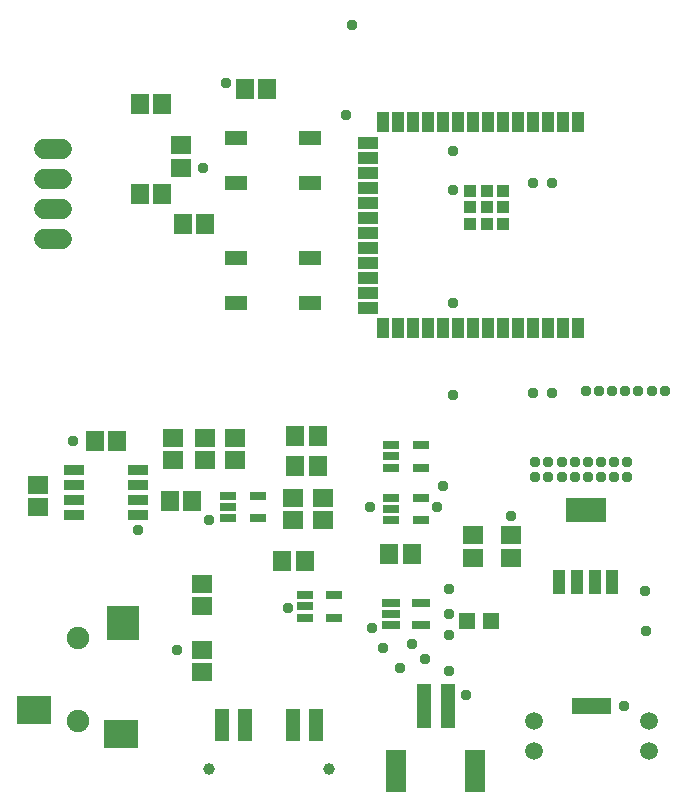
<source format=gbr>
G04 EAGLE Gerber RS-274X export*
G75*
%MOMM*%
%FSLAX34Y34*%
%LPD*%
%INSoldermask Top*%
%IPPOS*%
%AMOC8*
5,1,8,0,0,1.08239X$1,22.5*%
G01*
%ADD10R,1.503200X1.703200*%
%ADD11R,1.703200X1.503200*%
%ADD12R,1.403200X1.403200*%
%ADD13R,1.903200X1.203200*%
%ADD14R,1.603200X0.803200*%
%ADD15R,1.103200X2.103200*%
%ADD16R,3.403200X2.103200*%
%ADD17R,1.728200X0.853200*%
%ADD18R,1.403200X0.803200*%
%ADD19R,0.653200X1.403200*%
%ADD20C,1.511200*%
%ADD21R,3.003200X2.403200*%
%ADD22R,2.803200X3.003200*%
%ADD23C,1.903200*%
%ADD24R,1.203200X3.703200*%
%ADD25R,1.703200X3.603200*%
%ADD26C,1.727200*%
%ADD27R,1.453200X0.803200*%
%ADD28R,1.203200X2.703200*%
%ADD29C,1.003200*%
%ADD30R,1.103200X1.703200*%
%ADD31R,1.703200X1.103200*%
%ADD32R,1.103200X1.103200*%
%ADD33C,0.959600*%


D10*
X107925Y307975D03*
X88925Y307975D03*
X171425Y257175D03*
X152425Y257175D03*
D11*
X207963Y311125D03*
X207963Y292125D03*
D10*
X182538Y492125D03*
X163538Y492125D03*
D11*
X409575Y228575D03*
X409575Y209575D03*
X179388Y131738D03*
X179388Y112738D03*
X161925Y539775D03*
X161925Y558775D03*
D10*
X215925Y606425D03*
X234925Y606425D03*
X258788Y287338D03*
X277788Y287338D03*
D11*
X257175Y241325D03*
X257175Y260325D03*
D12*
X424838Y155575D03*
X403838Y155575D03*
D13*
X271213Y425500D03*
X208213Y425500D03*
X271213Y463500D03*
X208213Y463500D03*
D14*
X339925Y171425D03*
X339925Y161925D03*
X339925Y152425D03*
X364925Y152425D03*
X364925Y171425D03*
D15*
X482325Y188575D03*
X497325Y188575D03*
X512325Y188575D03*
X527325Y188575D03*
D16*
X504825Y249575D03*
D17*
X71305Y284163D03*
X71305Y271463D03*
X71305Y258763D03*
X71305Y246063D03*
X125545Y246063D03*
X125545Y258763D03*
X125545Y271463D03*
X125545Y284163D03*
D18*
X201813Y261913D03*
X201813Y252413D03*
X201813Y242913D03*
X226813Y242913D03*
X226813Y261913D03*
X339925Y304775D03*
X339925Y295275D03*
X339925Y285775D03*
X364925Y285775D03*
X364925Y304775D03*
X339925Y260325D03*
X339925Y250825D03*
X339925Y241325D03*
X364925Y241325D03*
X364925Y260325D03*
D19*
X496588Y84038D03*
X503088Y84038D03*
X509588Y84038D03*
X516088Y84038D03*
X522588Y84038D03*
D20*
X461088Y71038D03*
X558088Y71038D03*
X461088Y46038D03*
X558088Y46038D03*
D21*
X111613Y60513D03*
D22*
X112613Y154513D03*
D21*
X37613Y80513D03*
D23*
X74613Y71513D03*
X74613Y141513D03*
D24*
X367825Y84138D03*
X387825Y84138D03*
D25*
X344325Y28638D03*
X411325Y28638D03*
D26*
X61595Y555625D02*
X46355Y555625D01*
X46355Y530225D02*
X61595Y530225D01*
X61595Y504825D02*
X46355Y504825D01*
X46355Y479425D02*
X61595Y479425D01*
D27*
X266900Y177775D03*
X266900Y168275D03*
X266900Y158775D03*
X291900Y158775D03*
X291900Y177775D03*
D11*
X41275Y252438D03*
X41275Y271438D03*
D10*
X258788Y312738D03*
X277788Y312738D03*
D11*
X155575Y292125D03*
X155575Y311125D03*
D10*
X247675Y206375D03*
X266675Y206375D03*
D11*
X179388Y168300D03*
X179388Y187300D03*
X441325Y228575D03*
X441325Y209575D03*
D10*
X146025Y593725D03*
X127025Y593725D03*
X357163Y212725D03*
X338163Y212725D03*
X146025Y517525D03*
X127025Y517525D03*
D11*
X182563Y292125D03*
X182563Y311125D03*
X282575Y241325D03*
X282575Y260325D03*
D13*
X271213Y527100D03*
X208213Y527100D03*
X271213Y565100D03*
X208213Y565100D03*
D28*
X196538Y67950D03*
X216538Y67950D03*
X256538Y67950D03*
X276538Y67950D03*
D29*
X185538Y30450D03*
X287538Y30450D03*
D30*
X498225Y578700D03*
X485525Y578700D03*
X472825Y578700D03*
X460125Y578700D03*
X447425Y578700D03*
X434725Y578700D03*
X422025Y578700D03*
X409325Y578700D03*
X396625Y578700D03*
X383925Y578700D03*
X371225Y578700D03*
X358525Y578700D03*
X345825Y578700D03*
X333125Y578700D03*
D31*
X320625Y561050D03*
X320625Y548350D03*
X320625Y535650D03*
X320625Y522950D03*
X320625Y510250D03*
X320625Y497550D03*
X320625Y484850D03*
X320625Y472150D03*
X320625Y459450D03*
X320625Y446750D03*
X320625Y434050D03*
X320625Y421350D03*
D30*
X333125Y403700D03*
X345825Y403700D03*
X358525Y403700D03*
X371225Y403700D03*
X383925Y403700D03*
X396625Y403700D03*
X409325Y403700D03*
X422025Y403700D03*
X434725Y403700D03*
X447425Y403700D03*
X460125Y403700D03*
X472825Y403700D03*
X485525Y403700D03*
X498225Y403700D03*
D32*
X421025Y506200D03*
X435025Y520200D03*
X421025Y520200D03*
X407025Y520200D03*
X407025Y506200D03*
X407025Y492200D03*
X421025Y492200D03*
X435025Y492200D03*
X435025Y506200D03*
D33*
X461963Y277813D03*
X461963Y290513D03*
X473075Y290513D03*
X473075Y277813D03*
X484188Y290513D03*
X484188Y277813D03*
X495300Y277813D03*
X495300Y290513D03*
X506413Y290513D03*
X506413Y277813D03*
X517525Y277813D03*
X517525Y290513D03*
X528638Y290513D03*
X528638Y277813D03*
X539750Y290513D03*
X539750Y277813D03*
X504825Y350838D03*
X515938Y350838D03*
X527050Y350838D03*
X538163Y350838D03*
X549275Y350838D03*
X560388Y350838D03*
X571500Y350838D03*
X441325Y245269D03*
X322263Y252413D03*
X180975Y539750D03*
X185738Y241300D03*
X125413Y233363D03*
X70644Y307975D03*
X323850Y150019D03*
X252413Y166688D03*
X537369Y84138D03*
X158750Y131763D03*
X199775Y611350D03*
X403225Y93663D03*
X357188Y136525D03*
X333375Y133350D03*
X347663Y115888D03*
X368300Y123825D03*
X388938Y183356D03*
X388938Y161925D03*
X388938Y113506D03*
X388938Y144463D03*
X476250Y527050D03*
X476250Y349250D03*
X555145Y180975D03*
X555625Y147638D03*
X460375Y527050D03*
X460375Y349250D03*
X301625Y584200D03*
X306388Y660400D03*
X378425Y252413D03*
X384175Y269875D03*
X392113Y347663D03*
X392113Y425450D03*
X392113Y520700D03*
X392113Y554038D03*
M02*

</source>
